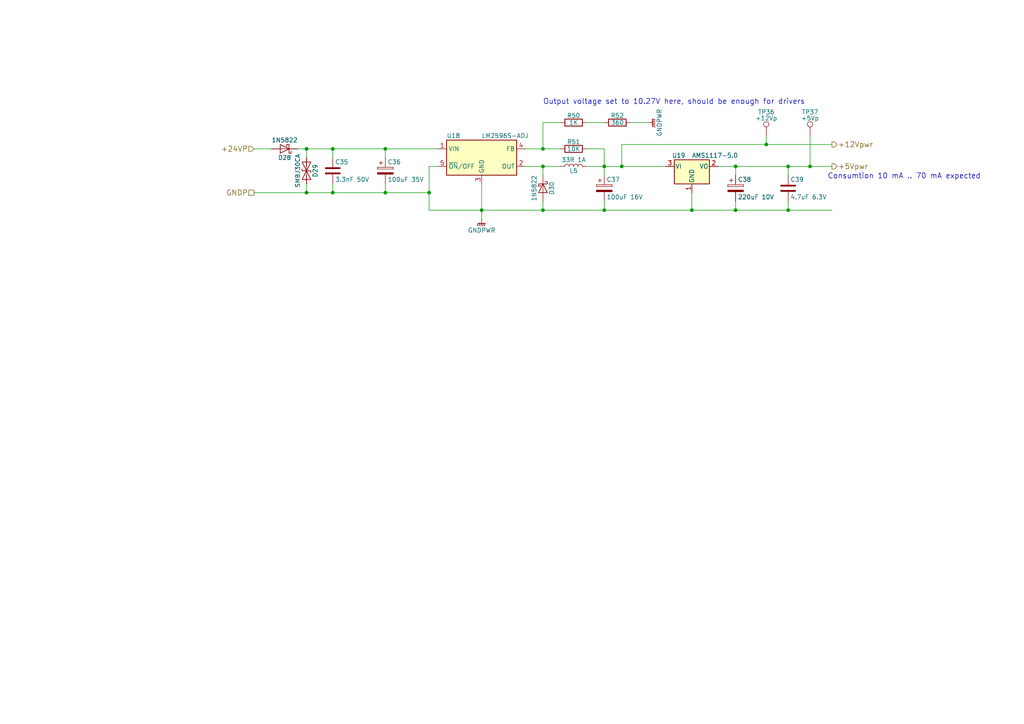
<source format=kicad_sch>
(kicad_sch (version 20211123) (generator eeschema)
  (paper "A4")
  (lib_symbols
    (symbol "4hbd-base-rescue:1N5822" (pin_numbers hide) (pin_names (offset 1.016) hide)
      (property "Reference" "D" (at 0 2.54 0))
      (property "Value" "1N5822" (at 0 -2.54 0))
      (symbol "1N5822_0_1"
        (polyline (pts (xy 1.27 0) (xy -1.27 0)))
        (polyline (pts (xy 1.27 1.27) (xy 1.27 -1.27) (xy -1.27 0) (xy 1.27 1.27)) (stroke (width 0.2032)))
        (polyline (pts (xy -1.905 0.635) (xy -1.905 1.27) (xy -1.27 1.27) (xy -1.27 -1.27) (xy -0.635 -1.27) (xy -0.635 -0.635)) (stroke (width 0.2032)))
      )
      (symbol "1N5822_1_1"
        (pin passive line (at -3.81 0 0) (length 2.54) (name "K") (number "1"))
        (pin passive line (at 3.81 0 180) (length 2.54) (name "A") (number "2"))
      )
    )
    (symbol "4hbd-base-rescue:AP1117-15" (pin_names (offset 0.254))
      (property "Reference" "U" (at -3.81 3.175 0))
      (property "Value" "AP1117-15" (at 0 3.175 0))
      (symbol "AP1117-15_0_1"
        (rectangle (start -5.08 -5.08) (end 5.08 1.905) (stroke (width 0.254)) (fill (type background)))
      )
      (symbol "AP1117-15_1_1"
        (pin power_in line (at 0 -7.62 90) (length 2.54) (name "GND") (number "1"))
        (pin passive line (at 7.62 0 180) (length 2.54) (name "VO") (number "2"))
        (pin power_in line (at -7.62 0 0) (length 2.54) (name "VI") (number "3"))
      )
    )
    (symbol "4hbd-base-rescue:C" (pin_numbers hide) (pin_names (offset 0.254))
      (property "Reference" "C" (at 0.635 2.54 0))
      (property "Value" "C" (at 0.635 -2.54 0))
      (symbol "C_0_1"
        (polyline (pts (xy -2.032 -0.762) (xy 2.032 -0.762)) (stroke (width 0.508)))
        (polyline (pts (xy -2.032 0.762) (xy 2.032 0.762)) (stroke (width 0.508)))
      )
      (symbol "C_1_1"
        (pin passive line (at 0 3.81 270) (length 2.794) (name "~") (number "1"))
        (pin passive line (at 0 -3.81 90) (length 2.794) (name "~") (number "2"))
      )
    )
    (symbol "4hbd-base-rescue:CP" (pin_numbers hide) (pin_names (offset 0.254))
      (property "Reference" "C" (at 0.635 2.54 0))
      (property "Value" "CP" (at 0.635 -2.54 0))
      (symbol "CP_0_1"
        (rectangle (start -2.286 0.508) (end -2.286 1.016))
        (rectangle (start -2.286 0.508) (end 2.286 0.508))
        (polyline (pts (xy -1.778 2.286) (xy -0.762 2.286)))
        (polyline (pts (xy -1.27 2.794) (xy -1.27 1.778)))
        (rectangle (start 2.286 -0.508) (end -2.286 -1.016) (fill (type outline)))
        (rectangle (start 2.286 1.016) (end -2.286 1.016))
        (rectangle (start 2.286 1.016) (end 2.286 0.508))
      )
      (symbol "CP_1_1"
        (pin passive line (at 0 3.81 270) (length 2.794) (name "~") (number "1"))
        (pin passive line (at 0 -3.81 90) (length 2.794) (name "~") (number "2"))
      )
    )
    (symbol "4hbd-base-rescue:D_TVS" (pin_numbers hide) (pin_names (offset 1.016) hide)
      (property "Reference" "D" (at 0 2.54 0))
      (property "Value" "D_TVS" (at 0 -2.54 0))
      (symbol "D_TVS_0_1"
        (polyline (pts (xy 1.27 0) (xy -1.27 0)))
        (polyline (pts (xy -2.54 -1.27) (xy 0 0) (xy -2.54 1.27) (xy -2.54 -1.27)) (stroke (width 0.2032)))
        (polyline (pts (xy 0.508 1.27) (xy 0 1.27) (xy 0 -1.27) (xy -0.508 -1.27)) (stroke (width 0.2032)))
        (polyline (pts (xy 2.54 1.27) (xy 2.54 -1.27) (xy 0 0) (xy 2.54 1.27)) (stroke (width 0.2032)))
      )
      (symbol "D_TVS_1_1"
        (pin passive line (at -3.81 0 0) (length 2.54) (name "A1") (number "1"))
        (pin passive line (at 3.81 0 180) (length 2.54) (name "A2") (number "2"))
      )
    )
    (symbol "4hbd-base-rescue:GNDPWR" (power) (pin_names (offset 0))
      (property "Value" "GNDPWR" (at 0 -3.302 0))
      (symbol "GNDPWR_0_1"
        (polyline (pts (xy 0 -1.27) (xy 0 0)))
        (polyline (pts (xy -1.016 -1.27) (xy -1.27 -2.032) (xy -1.27 -2.032)) (stroke (width 0.2032)))
        (polyline (pts (xy -0.508 -1.27) (xy -0.762 -2.032) (xy -0.762 -2.032)) (stroke (width 0.2032)))
        (polyline (pts (xy 0 -1.27) (xy -0.254 -2.032) (xy -0.254 -2.032)) (stroke (width 0.2032)))
        (polyline (pts (xy 0.508 -1.27) (xy 0.254 -2.032) (xy 0.254 -2.032)) (stroke (width 0.2032)))
        (polyline (pts (xy 1.016 -1.27) (xy -1.016 -1.27) (xy -1.016 -1.27)) (stroke (width 0.2032)))
        (polyline (pts (xy 1.016 -1.27) (xy 0.762 -2.032) (xy 0.762 -2.032) (xy 0.762 -2.032)) (stroke (width 0.2032)))
      )
      (symbol "GNDPWR_1_1"
        (pin power_in line (at 0 0 90) (length 0) hide (name "GNDPWR") (number "1"))
      )
    )
    (symbol "4hbd-base-rescue:L" (pin_numbers hide) (pin_names (offset 1.016) hide)
      (property "Reference" "L" (at -1.27 0 90))
      (property "Value" "L" (at 1.905 0 90))
      (symbol "L_0_1"
        (arc (start 0 -2.54) (mid 0.635 -1.905) (end 0 -1.27))
        (arc (start 0 -1.27) (mid 0.635 -0.635) (end 0 0))
        (arc (start 0 0) (mid 0.635 0.635) (end 0 1.27))
        (arc (start 0 1.27) (mid 0.635 1.905) (end 0 2.54))
      )
      (symbol "L_1_1"
        (pin passive line (at 0 3.81 270) (length 1.27) (name "1") (number "1"))
        (pin passive line (at 0 -3.81 90) (length 1.27) (name "2") (number "2"))
      )
    )
    (symbol "4hbd-base-rescue:LM2596S-ADJ"
      (property "Reference" "U" (at -10.16 6.35 0))
      (property "Value" "LM2596S-ADJ" (at 0 6.35 0))
      (symbol "LM2596S-ADJ_0_1"
        (rectangle (start -10.16 5.08) (end 10.16 -5.08) (stroke (width 0.254)) (fill (type background)))
      )
      (symbol "LM2596S-ADJ_1_1"
        (pin power_in line (at -12.7 2.54 0) (length 2.54) (name "VIN") (number "1"))
        (pin output line (at 12.7 -2.54 180) (length 2.54) (name "OUT") (number "2"))
        (pin power_in line (at 0 -7.62 90) (length 2.54) (name "GND") (number "3"))
        (pin input line (at 12.7 2.54 180) (length 2.54) (name "FB") (number "4"))
        (pin input line (at -12.7 -2.54 0) (length 2.54) (name "~{ON}/OFF") (number "5"))
      )
    )
    (symbol "4hbd-base-rescue:R" (pin_numbers hide) (pin_names (offset 0))
      (property "Reference" "R" (at 2.032 0 90))
      (property "Value" "R" (at 0 0 90))
      (symbol "R_0_1"
        (rectangle (start -1.016 -2.54) (end 1.016 2.54) (stroke (width 0.254)))
      )
      (symbol "R_1_1"
        (pin passive line (at 0 3.81 270) (length 1.27) (name "~") (number "1"))
        (pin passive line (at 0 -3.81 90) (length 1.27) (name "~") (number "2"))
      )
    )
    (symbol "4hbd-base-rescue:Test_Point" (pin_numbers hide) (pin_names (offset 0.762) hide)
      (property "Reference" "TP" (at 0 6.858 0))
      (property "Value" "Test_Point" (at 0 5.08 0))
      (symbol "Test_Point_0_1"
        (circle (center 0 3.302) (radius 0.762))
      )
      (symbol "Test_Point_1_1"
        (pin passive line (at 0 0 90) (length 2.54) (name "1") (number "1"))
      )
    )
  )
  (junction (at 111.76 43.18))
  (junction (at 200.66 60.96))
  (junction (at 213.36 60.96))
  (junction (at 228.6 60.96))
  (junction (at 88.9 43.18))
  (junction (at 88.9 55.88))
  (junction (at 234.95 48.26))
  (junction (at 175.26 48.26))
  (junction (at 124.46 55.88))
  (junction (at 157.48 43.18))
  (junction (at 180.34 48.26))
  (junction (at 111.76 55.88))
  (junction (at 222.25 41.91))
  (junction (at 96.52 43.18))
  (junction (at 96.52 55.88))
  (junction (at 139.7 60.96))
  (junction (at 157.48 60.96))
  (junction (at 228.6 48.26))
  (junction (at 175.26 60.96))
  (junction (at 213.36 48.26))
  (junction (at 157.48 48.26))
  (wire (pts (xy 200.66 60.96) (xy 200.66 55.88)))
  (wire (pts (xy 88.9 55.88) (xy 96.52 55.88)))
  (wire (pts (xy 124.46 55.88) (xy 124.46 60.96)))
  (wire (pts (xy 96.52 43.18) (xy 111.76 43.18)))
  (wire (pts (xy 213.36 60.96) (xy 213.36 58.42)))
  (wire (pts (xy 228.6 50.8) (xy 228.6 48.26)))
  (wire (pts (xy 124.46 48.26) (xy 124.46 55.88)))
  (wire (pts (xy 175.26 60.96) (xy 175.26 58.42)))
  (wire (pts (xy 175.26 48.26) (xy 180.34 48.26)))
  (wire (pts (xy 124.46 60.96) (xy 139.7 60.96)))
  (wire (pts (xy 111.76 45.72) (xy 111.76 43.18)))
  (wire (pts (xy 213.36 48.26) (xy 213.36 50.8)))
  (wire (pts (xy 175.26 48.26) (xy 175.26 50.8)))
  (wire (pts (xy 96.52 45.72) (xy 96.52 43.18)))
  (wire (pts (xy 157.48 43.18) (xy 162.56 43.18)))
  (wire (pts (xy 152.4 48.26) (xy 157.48 48.26)))
  (wire (pts (xy 180.34 48.26) (xy 193.04 48.26)))
  (wire (pts (xy 175.26 60.96) (xy 200.66 60.96)))
  (wire (pts (xy 139.7 60.96) (xy 139.7 63.5)))
  (wire (pts (xy 88.9 53.34) (xy 88.9 55.88)))
  (wire (pts (xy 208.28 48.26) (xy 213.36 48.26)))
  (wire (pts (xy 180.34 48.26) (xy 180.34 41.91)))
  (wire (pts (xy 124.46 48.26) (xy 127 48.26)))
  (wire (pts (xy 157.48 35.56) (xy 162.56 35.56)))
  (wire (pts (xy 213.36 60.96) (xy 228.6 60.96)))
  (wire (pts (xy 170.18 48.26) (xy 175.26 48.26)))
  (wire (pts (xy 96.52 55.88) (xy 111.76 55.88)))
  (wire (pts (xy 180.34 41.91) (xy 222.25 41.91)))
  (wire (pts (xy 73.66 55.88) (xy 88.9 55.88)))
  (wire (pts (xy 175.26 43.18) (xy 175.26 48.26)))
  (wire (pts (xy 86.36 43.18) (xy 88.9 43.18)))
  (wire (pts (xy 111.76 55.88) (xy 124.46 55.88)))
  (wire (pts (xy 234.95 39.37) (xy 234.95 48.26)))
  (wire (pts (xy 170.18 43.18) (xy 175.26 43.18)))
  (wire (pts (xy 88.9 45.72) (xy 88.9 43.18)))
  (wire (pts (xy 228.6 60.96) (xy 241.3 60.96)))
  (wire (pts (xy 152.4 43.18) (xy 157.48 43.18)))
  (wire (pts (xy 157.48 43.18) (xy 157.48 35.56)))
  (wire (pts (xy 157.48 60.96) (xy 157.48 58.42)))
  (wire (pts (xy 96.52 55.88) (xy 96.52 53.34)))
  (wire (pts (xy 157.48 48.26) (xy 162.56 48.26)))
  (wire (pts (xy 139.7 60.96) (xy 157.48 60.96)))
  (wire (pts (xy 228.6 48.26) (xy 234.95 48.26)))
  (wire (pts (xy 111.76 43.18) (xy 127 43.18)))
  (wire (pts (xy 170.18 35.56) (xy 175.26 35.56)))
  (wire (pts (xy 88.9 43.18) (xy 96.52 43.18)))
  (wire (pts (xy 182.88 35.56) (xy 187.96 35.56)))
  (wire (pts (xy 111.76 55.88) (xy 111.76 53.34)))
  (wire (pts (xy 222.25 41.91) (xy 241.3 41.91)))
  (wire (pts (xy 234.95 48.26) (xy 241.3 48.26)))
  (wire (pts (xy 200.66 60.96) (xy 213.36 60.96)))
  (wire (pts (xy 139.7 53.34) (xy 139.7 60.96)))
  (wire (pts (xy 157.48 50.8) (xy 157.48 48.26)))
  (wire (pts (xy 222.25 39.37) (xy 222.25 41.91)))
  (wire (pts (xy 213.36 48.26) (xy 228.6 48.26)))
  (wire (pts (xy 157.48 60.96) (xy 175.26 60.96)))
  (wire (pts (xy 73.66 43.18) (xy 78.74 43.18)))
  (wire (pts (xy 228.6 60.96) (xy 228.6 58.42)))
  (text "Output voltage set to 10.27V here, should be enough for drivers" (at 157.48 30.48 0) (effects (font (size 1.524 1.524)) (justify left bottom)))
  (text "Consumtion 10 mA .. 70 mA expected" (at 240.03 52.07 0) (effects (font (size 1.524 1.524)) (justify left bottom)))
  (hierarchical_label "+12Vpwr" (shape output) (at 241.3 41.91 0) (effects (font (size 1.524 1.524))))
  (hierarchical_label "+5Vpwr" (shape output) (at 241.3 48.26 0) (effects (font (size 1.524 1.524))))
  (hierarchical_label "+24VP" (shape input) (at 73.66 43.18 180) (effects (font (size 1.524 1.524))))
  (hierarchical_label "GNDP" (shape passive) (at 73.66 55.88 180) (effects (font (size 1.524 1.524))))
  (symbol (lib_id "4hbd-base-rescue:CP") (at 111.76 49.53 0) (unit 1)
    (property "Reference" "C36" (at 112.395 46.99 0) (effects (justify left)))
    (property "Value" "100uF 35V" (at 112.395 52.07 0) (effects (justify left)))
    (property "Footprint" "Capacitor_SMD:CP_Elec_6.3x7.7" (effects hide))
  )
  (symbol (lib_id "4hbd-base-rescue:1N5822") (at 82.55 43.18 180) (unit 1)
    (property "Reference" "D28" (at 82.55 45.72 0))
    (property "Value" "1N5822" (at 82.55 40.64 0))
    (property "Footprint" "Diode_SMD:D_SMA" (effects hide))
  )
  (symbol (lib_id "4hbd-base-rescue:D_TVS") (at 88.9 49.53 270) (unit 1)
    (property "Reference" "D29" (at 91.44 49.53 0))
    (property "Value" "SMBJ30CA" (at 86.36 49.53 0))
    (property "Footprint" "Diode_SMD:D_SMB" (effects hide))
  )
  (symbol (lib_id "4hbd-base-rescue:C") (at 96.52 49.53 0) (unit 1)
    (property "Reference" "C35" (at 97.155 46.99 0) (effects (justify left)))
    (property "Value" "3.3nF 50V" (at 97.155 52.07 0) (effects (justify left)))
    (property "Footprint" "Capacitor_SMD:C_0603_1608Metric" (effects hide))
  )
  (symbol (lib_id "4hbd-base-rescue:CP") (at 175.26 54.61 0) (unit 1)
    (property "Reference" "C37" (at 175.895 52.07 0) (effects (justify left)))
    (property "Value" "100uF 16V" (at 175.895 57.15 0) (effects (justify left)))
    (property "Footprint" "Capacitor_SMD:CP_Elec_6.3x5.3" (effects hide))
  )
  (symbol (lib_id "4hbd-base-rescue:AP1117-15") (at 200.66 48.26 0) (unit 1)
    (property "Reference" "U19" (at 196.85 45.085 0))
    (property "Value" "AMS1117-5.0" (at 200.66 45.085 0) (effects (justify left)))
    (property "Footprint" "Package_TO_SOT_SMD:SOT-223" (effects hide))
  )
  (symbol (lib_id "4hbd-base-rescue:CP") (at 213.36 54.61 0) (unit 1)
    (property "Reference" "C38" (at 213.995 52.07 0) (effects (justify left)))
    (property "Value" "220uF 10V" (at 213.995 57.15 0) (effects (justify left)))
    (property "Footprint" "Capacitor_SMD:CP_Elec_6.3x5.3" (effects hide))
  )
  (symbol (lib_id "4hbd-base-rescue:C") (at 228.6 54.61 0) (unit 1)
    (property "Reference" "C39" (at 229.235 52.07 0) (effects (justify left)))
    (property "Value" "4.7uF 6.3V" (at 229.235 57.15 0) (effects (justify left)))
    (property "Footprint" "Capacitor_SMD:C_0603_1608Metric" (effects hide))
  )
  (symbol (lib_id "4hbd-base-rescue:LM2596S-ADJ") (at 139.7 45.72 0) (unit 1)
    (property "Reference" "U18" (at 129.54 39.37 0) (effects (justify left)))
    (property "Value" "LM2596S-ADJ" (at 139.7 39.37 0) (effects (justify left)))
    (property "Footprint" "Package_TO_SOT_SMD:TO-263-5_TabPin3" (effects hide))
  )
  (symbol (lib_id "4hbd-base-rescue:1N5822") (at 157.48 54.61 270) (unit 1)
    (property "Reference" "D30" (at 160.02 54.61 0))
    (property "Value" "1N5822" (at 154.94 54.61 0))
    (property "Footprint" "Diode_SMD:D_SMA" (effects hide))
  )
  (symbol (lib_id "4hbd-base-rescue:L") (at 166.37 48.26 90) (unit 1)
    (property "Reference" "L5" (at 166.37 49.53 90))
    (property "Value" "33R 1A" (at 166.37 46.355 90))
    (property "Footprint" "Inductor_SMD:L_7.3x7.3_H3.5" (effects hide))
  )
  (symbol (lib_id "4hbd-base-rescue:R") (at 166.37 43.18 90) (unit 1)
    (property "Reference" "R51" (at 166.37 41.148 90))
    (property "Value" "10K" (at 166.37 43.18 90))
    (property "Footprint" "Resistor_SMD:R_0603_1608Metric" (effects hide))
  )
  (symbol (lib_id "4hbd-base-rescue:R") (at 166.37 35.56 90) (unit 1)
    (property "Reference" "R50" (at 166.37 33.528 90))
    (property "Value" "1K" (at 166.37 35.56 90))
    (property "Footprint" "Resistor_SMD:R_0603_1608Metric" (effects hide))
  )
  (symbol (lib_id "4hbd-base-rescue:R") (at 179.07 35.56 90) (unit 1)
    (property "Reference" "R52" (at 179.07 33.528 90))
    (property "Value" "360" (at 179.07 35.56 90))
    (property "Footprint" "Resistor_SMD:R_0603_1608Metric" (effects hide))
  )
  (symbol (lib_id "4hbd-base-rescue:GNDPWR") (at 187.96 35.56 90) (unit 1)
    (property "Reference" "#PWR040" (effects hide))
    (property "Value" "GNDPWR" (at 191.262 35.56 0))
  )
  (symbol (lib_id "4hbd-base-rescue:GNDPWR") (at 139.7 63.5 0) (unit 1)
    (property "Reference" "#PWR041" (effects hide))
    (property "Value" "GNDPWR" (at 139.7 66.802 0))
  )
  (symbol (lib_id "4hbd-base-rescue:Test_Point") (at 222.25 39.37 0) (unit 1)
    (property "Reference" "TP36" (at 222.25 32.512 0))
    (property "Value" "+12Vp" (at 222.25 34.29 0))
    (property "Footprint" "TestPoint:TestPoint_Pad_D1.5mm" (effects hide))
  )
  (symbol (lib_id "4hbd-base-rescue:Test_Point") (at 234.95 39.37 0) (unit 1)
    (property "Reference" "TP37" (at 234.95 32.512 0))
    (property "Value" "+5Vp" (at 234.95 34.29 0))
    (property "Footprint" "TestPoint:TestPoint_Pad_D1.5mm" (effects hide))
  )
)
</source>
